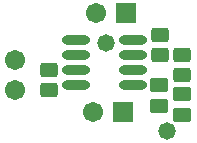
<source format=gts>
G04 Layer_Color=8388736*
%FSLAX44Y44*%
%MOMM*%
G71*
G01*
G75*
%ADD23O,2.4032X0.8032*%
G04:AMPARAMS|DCode=24|XSize=1.5032mm|YSize=1.2032mm|CornerRadius=0.2266mm|HoleSize=0mm|Usage=FLASHONLY|Rotation=0.000|XOffset=0mm|YOffset=0mm|HoleType=Round|Shape=RoundedRectangle|*
%AMROUNDEDRECTD24*
21,1,1.5032,0.7500,0,0,0.0*
21,1,1.0500,1.2032,0,0,0.0*
1,1,0.4532,0.5250,-0.3750*
1,1,0.4532,-0.5250,-0.3750*
1,1,0.4532,-0.5250,0.3750*
1,1,0.4532,0.5250,0.3750*
%
%ADD24ROUNDEDRECTD24*%
G04:AMPARAMS|DCode=25|XSize=1.6032mm|YSize=1.2032mm|CornerRadius=0.2266mm|HoleSize=0mm|Usage=FLASHONLY|Rotation=180.000|XOffset=0mm|YOffset=0mm|HoleType=Round|Shape=RoundedRectangle|*
%AMROUNDEDRECTD25*
21,1,1.6032,0.7500,0,0,180.0*
21,1,1.1500,1.2032,0,0,180.0*
1,1,0.4532,-0.5750,0.3750*
1,1,0.4532,0.5750,0.3750*
1,1,0.4532,0.5750,-0.3750*
1,1,0.4532,-0.5750,-0.3750*
%
%ADD25ROUNDEDRECTD25*%
%ADD26C,1.7032*%
%ADD27R,1.7032X1.7032*%
%ADD28C,1.4732*%
D23*
X985650Y854710D02*
D03*
Y842010D02*
D03*
Y829310D02*
D03*
Y816610D02*
D03*
X1033650Y854710D02*
D03*
Y842010D02*
D03*
Y829310D02*
D03*
Y816610D02*
D03*
D24*
X962750Y829310D02*
D03*
Y812060D02*
D03*
X1074750Y824750D02*
D03*
Y842000D02*
D03*
X1056640Y859150D02*
D03*
Y841900D02*
D03*
D25*
X1074750Y809250D02*
D03*
Y791250D02*
D03*
X1056000Y816500D02*
D03*
Y798500D02*
D03*
D26*
X1002600Y877500D02*
D03*
X999600Y793750D02*
D03*
X933500Y812050D02*
D03*
Y837450D02*
D03*
D27*
X1028000Y877500D02*
D03*
X1025000Y793750D02*
D03*
D28*
X1062000Y777750D02*
D03*
X1010549Y852042D02*
D03*
M02*

</source>
